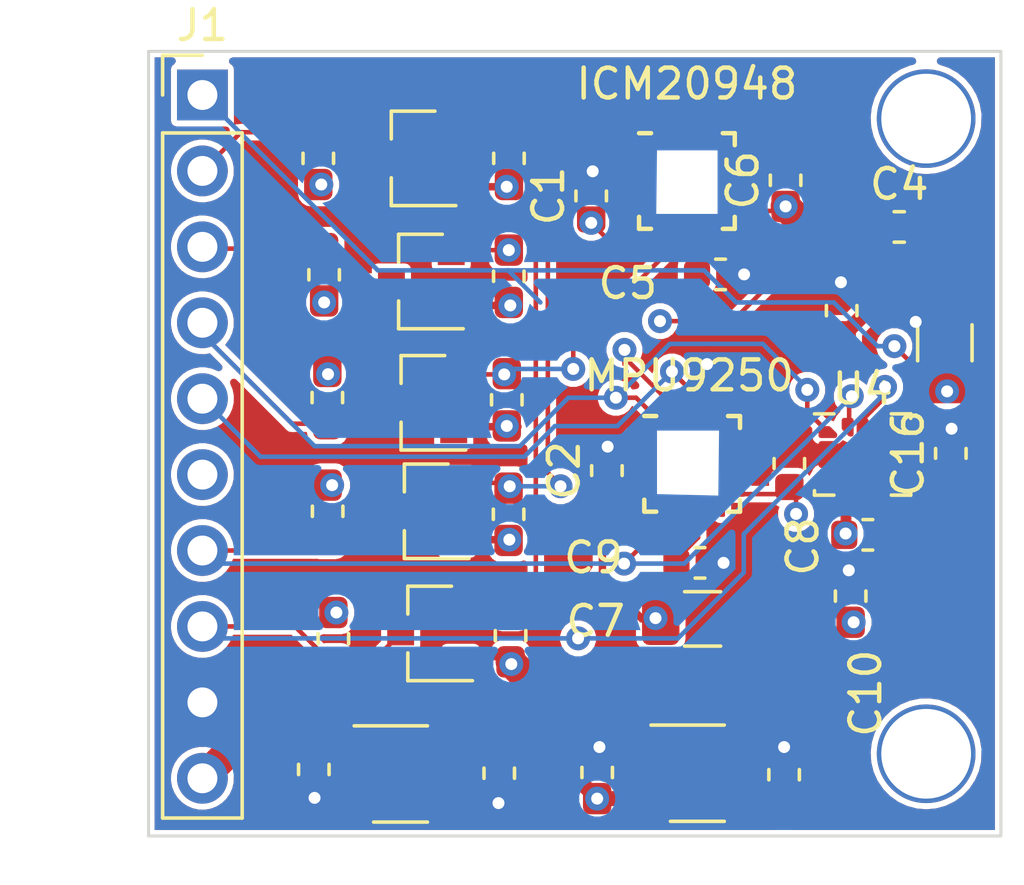
<source format=kicad_pcb>
(kicad_pcb (version 20200829) (generator pcbnew)
  (layers (0 "F.Cu" signal) (1 "In1.Cu" power) (2 "In2.Cu" power) (31 "B.Cu" signal) (34 "B.Paste" user) (35 "F.Paste" user) (36 "B.SilkS" user) (37 "F.SilkS" user) (38 "B.Mask" user) (39 "F.Mask" user) (44 "Edge.Cuts" user))
  (net 0 "")
  (net 1 "Net-(U7-Pad4)")
  (net 2 "Net-(U3-Pad4)")
  (net 3 "Net-(C9-Pad1)")
  (net 4 "Net-(C5-Pad1)")
  (net 5 "MPU9250_CS")
  (net 6 "IMU_MOSI_3.3v")
  (net 7 "IMU_MOSI")
  (net 8 "IMU_MISO_3.3v")
  (net 9 "IMU_MISO")
  (net 10 "IMU_CLK_3.3v")
  (net 11 "IMU_CLK")
  (net 12 "ICM20948_DRDY_3.3v")
  (net 13 "ICM20948_DRDY")
  (net 14 "ICM20948_CS_3.3v")
  (net 15 "ICM20948_CS")
  (net 16 "GND")
  (net 17 "+5V")
  (net 18 "+3V3")
  (net 19 "+1V8")
  (net 20 "LSM6D3_CS")
  (net 21 "Net-(U4-Pad11)")
  (net 22 "Net-(U4-Pad10)")
  (net 23 "LSM6D3_DRDY2")
  (net 24 "LSM6D3_DRDY1")
  (net 25 "Net-(J1-Pad6)")
  (module "Capacitor_SMD:C_0603_1608Metric_Pad1.05x0.95mm_HandSolder" (layer "F.Cu") (at 134.975 109.65 -90)
    (fp_text reference "C15" hide)
    (fp_text value "1uF")
    (pad "1" smd roundrect (at -0.875 0 270) (size 1.05 0.95) (layers "F.Cu" "F.Paste" "F.Mask") (net 18 "+3V3"))
    (pad "2" smd roundrect (at 0.875 0 270) (size 1.05 0.95) (layers "F.Cu" "F.Paste" "F.Mask") (net 16 "GND"))
  )
  (module "Package_TO_SOT_SMD:SOT-23" (layer "F.Cu") (at 132.4525 97.2575 180)
    (fp_text reference "Q4" hide)
    (fp_text value "BSS138")
    (pad "1" smd rect (at -1 -0.95 180) (size 0.9 0.8) (layers "F.Cu" "F.Paste" "F.Mask") (net 19 "+1V8"))
    (pad "2" smd rect (at -1 0.95 180) (size 0.9 0.8) (layers "F.Cu" "F.Paste" "F.Mask") (net 9 "IMU_MISO"))
    (pad "3" smd rect (at 1 0 180) (size 0.9 0.8) (layers "F.Cu" "F.Paste" "F.Mask") (net 8 "IMU_MISO_3.3v"))
  )
  (module "Package_TO_SOT_SMD:SOT-23-5" (layer "F.Cu") (at 141.6 109.65)
    (fp_text reference "U7" hide)
    (fp_text value "LP5907MFX-1.8")
    (pad "1" smd rect (at -1.1 -0.95) (size 1.06 0.65) (layers "F.Cu" "F.Paste" "F.Mask") (net 18 "+3V3"))
    (pad "2" smd rect (at -1.1 0) (size 1.06 0.65) (layers "F.Cu" "F.Paste" "F.Mask") (net 16 "GND"))
    (pad "3" smd rect (at -1.1 0.95) (size 1.06 0.65) (layers "F.Cu" "F.Paste" "F.Mask") (net 18 "+3V3"))
    (pad "4" smd rect (at 1.1 0.95) (size 1.06 0.65) (layers "F.Cu" "F.Paste" "F.Mask") (net 1 "Net-(U7-Pad4)"))
    (pad "5" smd rect (at 1.1 -0.95) (size 1.06 0.65) (layers "F.Cu" "F.Paste" "F.Mask") (net 19 "+1V8"))
  )
  (module "Capacitor_SMD:C_0603_1608Metric" (layer "F.Cu") (at 147.3 101.675)
    (fp_text reference "C14" hide)
    (fp_text value "0.1uF")
    (pad "1" smd roundrect (at -0.7875 0) (size 0.875 0.95) (layers "F.Cu" "F.Paste" "F.Mask") (net 18 "+3V3"))
    (pad "2" smd roundrect (at 0.7875 0) (size 0.875 0.95) (layers "F.Cu" "F.Paste" "F.Mask") (net 16 "GND"))
  )
  (module "Resistor_SMD:R_0603_1608Metric_Pad1.05x0.95mm_HandSolder" (layer "F.Cu") (at 129.2275 97.0825 -90)
    (fp_text reference "R9" hide)
    (fp_text value "R")
    (pad "1" smd roundrect (at -0.875 0 270) (size 1.05 0.95) (layers "F.Cu" "F.Paste" "F.Mask") (net 18 "+3V3"))
    (pad "2" smd roundrect (at 0.875 0 270) (size 1.05 0.95) (layers "F.Cu" "F.Paste" "F.Mask") (net 8 "IMU_MISO_3.3v"))
  )
  (module "Resistor_SMD:R_0603_1608Metric_Pad1.05x0.95mm_HandSolder" (layer "F.Cu") (at 135.2275 97.1575 90)
    (fp_text reference "R7" hide)
    (fp_text value "R")
    (pad "1" smd roundrect (at -0.875 0 90) (size 1.05 0.95) (layers "F.Cu" "F.Paste" "F.Mask") (net 19 "+1V8"))
    (pad "2" smd roundrect (at 0.875 0 90) (size 1.05 0.95) (layers "F.Cu" "F.Paste" "F.Mask") (net 9 "IMU_MISO"))
  )
  (module "Capacitor_SMD:C_1206_3216Metric" (layer "F.Cu") (at 149.875 95.25 90)
    (fp_text reference "C17" hide)
    (fp_text value "CP")
    (pad "1" smd roundrect (at -1.4 0 90) (size 1.25 1.75) (layers "F.Cu" "F.Paste" "F.Mask") (roundrect_rratio 0.2) (net 18 "+3V3"))
    (pad "2" smd roundrect (at 1.4 0 90) (size 1.25 1.75) (layers "F.Cu" "F.Paste" "F.Mask") (roundrect_rratio 0.2) (net 16 "GND"))
  )
  (module "Capacitor_SMD:C_0603_1608Metric" (layer "F.Cu") (at 142.375 92.9625)
    (fp_text reference "C5" (at -3.1 0.3) (layer "F.SilkS"))
    (fp_text value "C")
    (pad "1" smd roundrect (at -0.7875 0) (size 0.875 0.95) (layers "F.Cu" "F.Paste" "F.Mask") (net 4 "Net-(C5-Pad1)"))
    (pad "2" smd roundrect (at 0.7875 0) (size 0.875 0.95) (layers "F.Cu" "F.Paste" "F.Mask") (net 16 "GND"))
  )
  (module "Capacitor_SMD:C_0603_1608Metric" (layer "F.Cu") (at 144.675 99.2875 90)
    (fp_text reference "C8" (at -2.775 0.45 90) (layer "F.SilkS"))
    (fp_text value "0.1uF")
    (pad "1" smd roundrect (at -0.7875 0 90) (size 0.875 0.95) (layers "F.Cu" "F.Paste" "F.Mask") (net 18 "+3V3"))
    (pad "2" smd roundrect (at 0.7875 0 90) (size 0.875 0.95) (layers "F.Cu" "F.Paste" "F.Mask") (net 16 "GND"))
  )
  (module "Package_TO_SOT_SMD:SOT-23" (layer "F.Cu") (at 132.125 89.08 180)
    (fp_text reference "Q7" hide)
    (fp_text value "BSS138")
    (pad "1" smd rect (at -1 -0.95 180) (size 0.9 0.8) (layers "F.Cu" "F.Paste" "F.Mask") (net 19 "+1V8"))
    (pad "2" smd rect (at -1 0.95 180) (size 0.9 0.8) (layers "F.Cu" "F.Paste" "F.Mask") (net 15 "ICM20948_CS"))
    (pad "3" smd rect (at 1 0 180) (size 0.9 0.8) (layers "F.Cu" "F.Paste" "F.Mask") (net 14 "ICM20948_CS_3.3v"))
  )
  (module "Capacitor_SMD:C_0603_1608Metric_Pad1.05x0.95mm_HandSolder" (layer "F.Cu") (at 144.5 109.7 90)
    (fp_text reference "C12" hide)
    (fp_text value "1uF")
    (pad "1" smd roundrect (at -0.875 0 90) (size 1.05 0.95) (layers "F.Cu" "F.Paste" "F.Mask") (net 19 "+1V8"))
    (pad "2" smd roundrect (at 0.875 0 90) (size 1.05 0.95) (layers "F.Cu" "F.Paste" "F.Mask") (net 16 "GND"))
  )
  (module "Capacitor_SMD:C_0603_1608Metric_Pad1.05x0.95mm_HandSolder" (layer "F.Cu") (at 138.25 109.625 90)
    (fp_text reference "C11" hide)
    (fp_text value "1uF")
    (pad "1" smd roundrect (at -0.875 0 90) (size 1.05 0.95) (layers "F.Cu" "F.Paste" "F.Mask") (net 18 "+3V3"))
    (pad "2" smd roundrect (at 0.875 0 90) (size 1.05 0.95) (layers "F.Cu" "F.Paste" "F.Mask") (net 16 "GND"))
  )
  (module "Capacitor_SMD:C_0603_1608Metric_Pad1.05x0.95mm_HandSolder" (layer "F.Cu") (at 146.725 103.725 90)
    (fp_text reference "C10" (at -3.25 0.5 90) (layer "F.SilkS"))
    (fp_text value "CP")
    (pad "1" smd roundrect (at -0.875 0 90) (size 1.05 0.95) (layers "F.Cu" "F.Paste" "F.Mask") (net 18 "+3V3"))
    (pad "2" smd roundrect (at 0.875 0 90) (size 1.05 0.95) (layers "F.Cu" "F.Paste" "F.Mask") (net 16 "GND"))
  )
  (module "Capacitor_SMD:C_0603_1608Metric" (layer "F.Cu") (at 150.075 98.95 90)
    (fp_text reference "C16" (at 0 -1.43 90) (layer "F.SilkS"))
    (fp_text value "0.1uF")
    (pad "1" smd roundrect (at -0.7875 0 90) (size 0.875 0.95) (layers "F.Cu" "F.Paste" "F.Mask") (net 18 "+3V3"))
    (pad "2" smd roundrect (at 0.7875 0 90) (size 0.875 0.95) (layers "F.Cu" "F.Paste" "F.Mask") (net 16 "GND"))
  )
  (module "Sensor_Motion:InvenSense_QFN-24_3x3mm_P0.4mm" (layer "F.Cu") (at 141.25 89.8375)
    (fp_text reference "ICM20948" (at 0 -3.25) (layer "F.SilkS"))
    (fp_text value "ICM-20948")
    (pad "1" smd roundrect (at -1.5 -1) (size 0.55 0.2) (layers "F.Cu" "F.Paste" "F.Mask"))
    (pad "2" smd roundrect (at -1.5 -0.6) (size 0.55 0.2) (layers "F.Cu" "F.Paste" "F.Mask"))
    (pad "3" smd roundrect (at -1.5 -0.2) (size 0.55 0.2) (layers "F.Cu" "F.Paste" "F.Mask"))
    (pad "4" smd roundrect (at -1.5 0.2) (size 0.55 0.2) (layers "F.Cu" "F.Paste" "F.Mask"))
    (pad "5" smd roundrect (at -1.5 0.6) (size 0.55 0.2) (layers "F.Cu" "F.Paste" "F.Mask"))
    (pad "6" smd roundrect (at -1.5 1) (size 0.55 0.2) (layers "F.Cu" "F.Paste" "F.Mask"))
    (pad "7" smd roundrect (at -1 1.5 90) (size 0.55 0.2) (layers "F.Cu" "F.Paste" "F.Mask"))
    (pad "8" smd roundrect (at -0.6 1.5 90) (size 0.55 0.2) (layers "F.Cu" "F.Paste" "F.Mask") (net 19 "+1V8"))
    (pad "9" smd roundrect (at -0.2 1.5 90) (size 0.55 0.2) (layers "F.Cu" "F.Paste" "F.Mask") (net 9 "IMU_MISO"))
    (pad "10" smd roundrect (at 0.2 1.5 90) (size 0.55 0.2) (layers "F.Cu" "F.Paste" "F.Mask") (net 4 "Net-(C5-Pad1)"))
    (pad "11" smd roundrect (at 0.6 1.5 90) (size 0.55 0.2) (layers "F.Cu" "F.Paste" "F.Mask") (net 16 "GND"))
    (pad "12" smd roundrect (at 1 1.5 90) (size 0.55 0.2) (layers "F.Cu" "F.Paste" "F.Mask") (net 13 "ICM20948_DRDY"))
    (pad "13" smd roundrect (at 1.5 1) (size 0.55 0.2) (layers "F.Cu" "F.Paste" "F.Mask") (net 19 "+1V8"))
    (pad "14" smd roundrect (at 1.5 0.6) (size 0.55 0.2) (layers "F.Cu" "F.Paste" "F.Mask"))
    (pad "15" smd roundrect (at 1.5 0.2) (size 0.55 0.2) (layers "F.Cu" "F.Paste" "F.Mask"))
    (pad "16" smd roundrect (at 1.5 -0.2) (size 0.55 0.2) (layers "F.Cu" "F.Paste" "F.Mask"))
    (pad "17" smd roundrect (at 1.5 -0.6) (size 0.55 0.2) (layers "F.Cu" "F.Paste" "F.Mask"))
    (pad "18" smd roundrect (at 1.5 -1) (size 0.55 0.2) (layers "F.Cu" "F.Paste" "F.Mask") (net 16 "GND"))
    (pad "19" smd roundrect (at 1 -1.5 90) (size 0.55 0.2) (layers "F.Cu" "F.Paste" "F.Mask"))
    (pad "20" smd roundrect (at 0.6 -1.5 90) (size 0.55 0.2) (layers "F.Cu" "F.Paste" "F.Mask") (net 16 "GND"))
    (pad "21" smd roundrect (at 0.2 -1.5 90) (size 0.55 0.2) (layers "F.Cu" "F.Paste" "F.Mask"))
    (pad "22" smd roundrect (at -0.2 -1.5 90) (size 0.55 0.2) (layers "F.Cu" "F.Paste" "F.Mask") (net 15 "ICM20948_CS"))
    (pad "23" smd roundrect (at -0.6 -1.5 90) (size 0.55 0.2) (layers "F.Cu" "F.Paste" "F.Mask") (net 11 "IMU_CLK"))
    (pad "24" smd roundrect (at -1 -1.5 90) (size 0.55 0.2) (layers "F.Cu" "F.Paste" "F.Mask") (net 7 "IMU_MOSI"))
  )
  (module "Capacitor_SMD:C_0603_1608Metric_Pad1.05x0.95mm_HandSolder" (layer "F.Cu") (at 146.425 94.175 90)
    (fp_text reference "C3" hide)
    (fp_text value "C")
    (pad "1" smd roundrect (at -0.875 0 90) (size 1.05 0.95) (layers "F.Cu" "F.Paste" "F.Mask") (net 19 "+1V8"))
    (pad "2" smd roundrect (at 0.875 0 90) (size 1.05 0.95) (layers "F.Cu" "F.Paste" "F.Mask") (net 16 "GND"))
  )
  (module "Package_TO_SOT_SMD:SOT-23" (layer "F.Cu") (at 132.678799 104.973799 180)
    (fp_text reference "Q5" hide)
    (fp_text value "BSS138")
    (pad "1" smd rect (at -1 -0.95 180) (size 0.9 0.8) (layers "F.Cu" "F.Paste" "F.Mask") (net 19 "+1V8"))
    (pad "2" smd rect (at -1 0.95 180) (size 0.9 0.8) (layers "F.Cu" "F.Paste" "F.Mask") (net 11 "IMU_CLK"))
    (pad "3" smd rect (at 1 0 180) (size 0.9 0.8) (layers "F.Cu" "F.Paste" "F.Mask") (net 10 "IMU_CLK_3.3v"))
  )
  (module "Resistor_SMD:R_0603_1608Metric_Pad1.05x0.95mm_HandSolder" (layer "F.Cu") (at 135.3 89.08 90)
    (fp_text reference "R13" hide)
    (fp_text value "R")
    (pad "1" smd roundrect (at -0.875 0 90) (size 1.05 0.95) (layers "F.Cu" "F.Paste" "F.Mask") (net 19 "+1V8"))
    (pad "2" smd roundrect (at 0.875 0 90) (size 1.05 0.95) (layers "F.Cu" "F.Paste" "F.Mask") (net 15 "ICM20948_CS"))
  )
  (module "Package_TO_SOT_SMD:SOT-23-5" (layer "F.Cu") (at 131.675 109.675)
    (fp_text reference "U3" hide)
    (fp_text value "LP5907MFX-3.3")
    (pad "1" smd rect (at -1.1 -0.95) (size 1.06 0.65) (layers "F.Cu" "F.Paste" "F.Mask") (net 17 "+5V"))
    (pad "2" smd rect (at -1.1 0) (size 1.06 0.65) (layers "F.Cu" "F.Paste" "F.Mask") (net 16 "GND"))
    (pad "3" smd rect (at -1.1 0.95) (size 1.06 0.65) (layers "F.Cu" "F.Paste" "F.Mask") (net 17 "+5V"))
    (pad "4" smd rect (at 1.1 0.95) (size 1.06 0.65) (layers "F.Cu" "F.Paste" "F.Mask") (net 2 "Net-(U3-Pad4)"))
    (pad "5" smd rect (at 1.1 -0.95) (size 1.06 0.65) (layers "F.Cu" "F.Paste" "F.Mask") (net 18 "+3V3"))
  )
  (module "Sensor_Motion:InvenSense_QFN-24_3x3mm_P0.4mm" (layer "F.Cu") (at 141.425 99.3)
    (fp_text reference "MPU9250" (at -0.1 -2.95) (layer "F.SilkS"))
    (fp_text value "MPU-9250")
    (pad "1" smd roundrect (at -1.5 -1) (size 0.55 0.2) (layers "F.Cu" "F.Paste" "F.Mask") (net 18 "+3V3"))
    (pad "2" smd roundrect (at -1.5 -0.6) (size 0.55 0.2) (layers "F.Cu" "F.Paste" "F.Mask"))
    (pad "3" smd roundrect (at -1.5 -0.2) (size 0.55 0.2) (layers "F.Cu" "F.Paste" "F.Mask"))
    (pad "4" smd roundrect (at -1.5 0.2) (size 0.55 0.2) (layers "F.Cu" "F.Paste" "F.Mask"))
    (pad "5" smd roundrect (at -1.5 0.6) (size 0.55 0.2) (layers "F.Cu" "F.Paste" "F.Mask"))
    (pad "6" smd roundrect (at -1.5 1) (size 0.55 0.2) (layers "F.Cu" "F.Paste" "F.Mask"))
    (pad "7" smd roundrect (at -1 1.5 90) (size 0.55 0.2) (layers "F.Cu" "F.Paste" "F.Mask"))
    (pad "8" smd roundrect (at -0.6 1.5 90) (size 0.55 0.2) (layers "F.Cu" "F.Paste" "F.Mask") (net 18 "+3V3"))
    (pad "9" smd roundrect (at -0.2 1.5 90) (size 0.55 0.2) (layers "F.Cu" "F.Paste" "F.Mask") (net 6 "IMU_MOSI_3.3v"))
    (pad "10" smd roundrect (at 0.2 1.5 90) (size 0.55 0.2) (layers "F.Cu" "F.Paste" "F.Mask") (net 3 "Net-(C9-Pad1)"))
    (pad "11" smd roundrect (at 0.6 1.5 90) (size 0.55 0.2) (layers "F.Cu" "F.Paste" "F.Mask") (net 16 "GND"))
    (pad "12" smd roundrect (at 1 1.5 90) (size 0.55 0.2) (layers "F.Cu" "F.Paste" "F.Mask"))
    (pad "13" smd roundrect (at 1.5 1) (size 0.55 0.2) (layers "F.Cu" "F.Paste" "F.Mask") (net 18 "+3V3"))
    (pad "14" smd roundrect (at 1.5 0.6) (size 0.55 0.2) (layers "F.Cu" "F.Paste" "F.Mask"))
    (pad "15" smd roundrect (at 1.5 0.2) (size 0.55 0.2) (layers "F.Cu" "F.Paste" "F.Mask"))
    (pad "16" smd roundrect (at 1.5 -0.2) (size 0.55 0.2) (layers "F.Cu" "F.Paste" "F.Mask"))
    (pad "17" smd roundrect (at 1.5 -0.6) (size 0.55 0.2) (layers "F.Cu" "F.Paste" "F.Mask"))
    (pad "18" smd roundrect (at 1.5 -1) (size 0.55 0.2) (layers "F.Cu" "F.Paste" "F.Mask") (net 16 "GND"))
    (pad "19" smd roundrect (at 1 -1.5 90) (size 0.55 0.2) (layers "F.Cu" "F.Paste" "F.Mask"))
    (pad "20" smd roundrect (at 0.6 -1.5 90) (size 0.55 0.2) (layers "F.Cu" "F.Paste" "F.Mask") (net 16 "GND"))
    (pad "21" smd roundrect (at 0.2 -1.5 90) (size 0.55 0.2) (layers "F.Cu" "F.Paste" "F.Mask"))
    (pad "22" smd roundrect (at -0.2 -1.5 90) (size 0.55 0.2) (layers "F.Cu" "F.Paste" "F.Mask") (net 5 "MPU9250_CS"))
    (pad "23" smd roundrect (at -0.6 -1.5 90) (size 0.55 0.2) (layers "F.Cu" "F.Paste" "F.Mask") (net 10 "IMU_CLK_3.3v"))
    (pad "24" smd roundrect (at -1 -1.5 90) (size 0.55 0.2) (layers "F.Cu" "F.Paste" "F.Mask") (net 8 "IMU_MISO_3.3v"))
  )
  (module "Capacitor_SMD:C_1206_3216Metric" (layer "F.Cu") (at 141.775 104.4875)
    (fp_text reference "C7" (at -3.575 0.075) (layer "F.SilkS"))
    (fp_text value "CP")
    (pad "1" smd roundrect (at -1.4 0) (size 1.25 1.75) (layers "F.Cu" "F.Paste" "F.Mask") (roundrect_rratio 0.2) (net 18 "+3V3"))
    (pad "2" smd roundrect (at 1.4 0) (size 1.25 1.75) (layers "F.Cu" "F.Paste" "F.Mask") (roundrect_rratio 0.2) (net 16 "GND"))
  )
  (module "Package_LGA:LGA-14_3x2.5mm_P0.5mm_LayoutBorder3x4y" (layer "F.Cu") (at 147.125 98.9875)
    (fp_text reference "U4" (at 0 -2.2) (layer "F.SilkS"))
    (fp_text value "LSM6DS3")
    (pad "1" smd custom (at -1.1625 -0.75) (size 0.223223 0.223223) (layers "F.Cu" "F.Paste" "F.Mask") (net 8 "IMU_MISO_3.3v") (options (clearance outline) (anchor circle)) (primitives (gr_poly (pts (xy -0.2375 -0.125) (xy 0.031434 -0.125) (xy 0.2375 0.081066) (xy 0.2375 0.125) (xy -0.2375 0.125)) (width 0.15))))
    (pad "2" smd roundrect (at -1.1625 -0.25) (size 0.625 0.4) (layers "F.Cu" "F.Paste" "F.Mask") (net 16 "GND"))
    (pad "3" smd roundrect (at -1.1625 0.25) (size 0.625 0.4) (layers "F.Cu" "F.Paste" "F.Mask") (net 16 "GND"))
    (pad "4" smd custom (at -1.1625 0.75) (size 0.223223 0.223223) (layers "F.Cu" "F.Paste" "F.Mask") (net 24 "LSM6D3_DRDY1") (options (clearance outline) (anchor circle)) (primitives (gr_poly (pts (xy -0.2375 -0.125) (xy 0.2375 -0.125) (xy 0.2375 -0.081066) (xy 0.031434 0.125) (xy -0.2375 0.125)) (width 0.15))))
    (pad "5" smd custom (at -0.5 0.9125) (size 0.223223 0.223223) (layers "F.Cu" "F.Paste" "F.Mask") (net 18 "+3V3") (options (clearance outline) (anchor circle)) (primitives (gr_poly (pts (xy -0.125 -0.031434) (xy 0.081066 -0.2375) (xy 0.125 -0.2375) (xy 0.125 0.2375) (xy -0.125 0.2375)) (width 0.15))))
    (pad "6" smd roundrect (at 0 0.9125) (size 0.4 0.625) (layers "F.Cu" "F.Paste" "F.Mask") (net 16 "GND"))
    (pad "7" smd custom (at 0.5 0.9125) (size 0.223223 0.223223) (layers "F.Cu" "F.Paste" "F.Mask") (net 16 "GND") (options (clearance outline) (anchor circle)) (primitives (gr_poly (pts (xy -0.125 -0.2375) (xy -0.081066 -0.2375) (xy 0.125 -0.031434) (xy 0.125 0.2375) (xy -0.125 0.2375)) (width 0.15))))
    (pad "8" smd custom (at 1.1625 0.75) (size 0.223223 0.223223) (layers "F.Cu" "F.Paste" "F.Mask") (net 18 "+3V3") (options (clearance outline) (anchor circle)) (primitives (gr_poly (pts (xy -0.2375 -0.125) (xy 0.2375 -0.125) (xy 0.2375 0.125) (xy -0.031434 0.125) (xy -0.2375 -0.081066)) (width 0.15))))
    (pad "9" smd roundrect (at 1.1625 0.25) (size 0.625 0.4) (layers "F.Cu" "F.Paste" "F.Mask") (net 23 "LSM6D3_DRDY2"))
    (pad "10" smd roundrect (at 1.1625 -0.25) (size 0.625 0.4) (layers "F.Cu" "F.Paste" "F.Mask") (net 22 "Net-(U4-Pad10)"))
    (pad "11" smd custom (at 1.1625 -0.75) (size 0.223223 0.223223) (layers "F.Cu" "F.Paste" "F.Mask") (net 21 "Net-(U4-Pad11)") (options (clearance outline) (anchor circle)) (primitives (gr_poly (pts (xy -0.2375 0.081066) (xy -0.031434 -0.125) (xy 0.2375 -0.125) (xy 0.2375 0.125) (xy -0.2375 0.125)) (width 0.15))))
    (pad "12" smd custom (at 0.5 -0.9125) (size 0.223223 0.223223) (layers "F.Cu" "F.Paste" "F.Mask") (net 20 "LSM6D3_CS") (options (clearance outline) (anchor circle)) (primitives (gr_poly (pts (xy -0.125 -0.2375) (xy 0.125 -0.2375) (xy 0.125 0.031434) (xy -0.081066 0.2375) (xy -0.125 0.2375)) (width 0.15))))
    (pad "13" smd roundrect (at 0 -0.9125) (size 0.4 0.625) (layers "F.Cu" "F.Paste" "F.Mask") (net 10 "IMU_CLK_3.3v"))
    (pad "14" smd custom (at -0.5 -0.9125) (size 0.223223 0.223223) (layers "F.Cu" "F.Paste" "F.Mask") (net 6 "IMU_MOSI_3.3v") (options (clearance outline) (anchor circle)) (primitives (gr_poly (pts (xy -0.125 -0.2375) (xy 0.125 -0.2375) (xy 0.125 0.2375) (xy 0.081066 0.2375) (xy -0.125 0.031434)) (width 0.15))))
  )
  (module "Resistor_SMD:R_0603_1608Metric_Pad1.05x0.95mm_HandSolder" (layer "F.Cu") (at 129.12 92.975 90)
    (fp_text reference "R6" hide)
    (fp_text value "R")
    (pad "1" smd roundrect (at -0.875 0 90) (size 1.05 0.95) (layers "F.Cu" "F.Paste" "F.Mask") (net 18 "+3V3"))
    (pad "2" smd roundrect (at 0.875 0 90) (size 1.05 0.95) (layers "F.Cu" "F.Paste" "F.Mask") (net 12 "ICM20948_DRDY_3.3v"))
  )
  (module "Connector_PinHeader_2.54mm:PinHeader_1x10_P2.54mm_Vertical" (layer "F.Cu") (at 125.05 86.96)
    (fp_text reference "J1" (at 0 -2.33) (layer "F.SilkS"))
    (fp_text value "Conn_01x10_Male")
    (pad "1" thru_hole rect (at 0 0) (size 1.7 1.7) (drill 1) (layers *.Cu *.Mask) (net 20 "LSM6D3_CS"))
    (pad "2" thru_hole oval (at 0 2.54) (size 1.7 1.7) (drill 1) (layers *.Cu *.Mask) (net 14 "ICM20948_CS_3.3v"))
    (pad "3" thru_hole oval (at 0 5.08) (size 1.7 1.7) (drill 1) (layers *.Cu *.Mask) (net 12 "ICM20948_DRDY_3.3v"))
    (pad "4" thru_hole oval (at 0 7.62) (size 1.7 1.7) (drill 1) (layers *.Cu *.Mask) (net 8 "IMU_MISO_3.3v"))
    (pad "5" thru_hole oval (at 0 10.16) (size 1.7 1.7) (drill 1) (layers *.Cu *.Mask) (net 5 "MPU9250_CS"))
    (pad "6" thru_hole oval (at 0 12.7) (size 1.7 1.7) (drill 1) (layers *.Cu *.Mask) (net 25 "Net-(J1-Pad6)"))
    (pad "7" thru_hole oval (at 0 15.24) (size 1.7 1.7) (drill 1) (layers *.Cu *.Mask) (net 6 "IMU_MOSI_3.3v"))
    (pad "8" thru_hole oval (at 0 17.78) (size 1.7 1.7) (drill 1) (layers *.Cu *.Mask) (net 10 "IMU_CLK_3.3v"))
    (pad "9" thru_hole oval (at 0 20.32) (size 1.7 1.7) (drill 1) (layers *.Cu *.Mask) (net 16 "GND"))
    (pad "10" thru_hole oval (at 0 22.86) (size 1.7 1.7) (drill 1) (layers *.Cu *.Mask) (net 17 "+5V"))
  )
  (module "Package_TO_SOT_SMD:SOT-23" (layer "F.Cu") (at 132.562889 100.887111 180)
    (fp_text reference "Q6" hide)
    (fp_text value "BSS138")
    (pad "1" smd rect (at -1 -0.95 180) (size 0.9 0.8) (layers "F.Cu" "F.Paste" "F.Mask") (net 19 "+1V8"))
    (pad "2" smd rect (at -1 0.95 180) (size 0.9 0.8) (layers "F.Cu" "F.Paste" "F.Mask") (net 7 "IMU_MOSI"))
    (pad "3" smd rect (at 1 0 180) (size 0.9 0.8) (layers "F.Cu" "F.Paste" "F.Mask") (net 6 "IMU_MOSI_3.3v"))
  )
  (module "Capacitor_SMD:C_0603_1608Metric" (layer "F.Cu") (at 141.6875 102.6125)
    (fp_text reference "C9" (at -3.5625 -0.175) (layer "F.SilkS"))
    (fp_text value "0.1uF")
    (pad "1" smd roundrect (at -0.7875 0) (size 0.875 0.95) (layers "F.Cu" "F.Paste" "F.Mask") (net 3 "Net-(C9-Pad1)"))
    (pad "2" smd roundrect (at 0.7875 0) (size 0.875 0.95) (layers "F.Cu" "F.Paste" "F.Mask") (net 16 "GND"))
  )
  (module "Package_TO_SOT_SMD:SOT-23" (layer "F.Cu") (at 132.37 93.2 180)
    (fp_text reference "Q3" hide)
    (fp_text value "BSS138")
    (pad "1" smd rect (at -1 -0.95 180) (size 0.9 0.8) (layers "F.Cu" "F.Paste" "F.Mask") (net 19 "+1V8"))
    (pad "2" smd rect (at -1 0.95 180) (size 0.9 0.8) (layers "F.Cu" "F.Paste" "F.Mask") (net 13 "ICM20948_DRDY"))
    (pad "3" smd rect (at 1 0 180) (size 0.9 0.8) (layers "F.Cu" "F.Paste" "F.Mask") (net 12 "ICM20948_DRDY_3.3v"))
  )
  (module "Capacitor_SMD:C_0603_1608Metric_Pad1.05x0.95mm_HandSolder" (layer "F.Cu") (at 144.55 89.8125 90)
    (fp_text reference "C6" (at 0 -1.43 90) (layer "F.SilkS"))
    (fp_text value "C")
    (pad "1" smd roundrect (at -0.875 0 90) (size 1.05 0.95) (layers "F.Cu" "F.Paste" "F.Mask") (net 19 "+1V8"))
    (pad "2" smd roundrect (at 0.875 0 90) (size 1.05 0.95) (layers "F.Cu" "F.Paste" "F.Mask") (net 16 "GND"))
  )
  (module "Resistor_SMD:R_0603_1608Metric_Pad1.05x0.95mm_HandSolder" (layer "F.Cu") (at 129.237889 100.887111 -90)
    (fp_text reference "R12" hide)
    (fp_text value "R")
    (pad "1" smd roundrect (at -0.875 0 270) (size 1.05 0.95) (layers "F.Cu" "F.Paste" "F.Mask") (net 18 "+3V3"))
    (pad "2" smd roundrect (at 0.875 0 270) (size 1.05 0.95) (layers "F.Cu" "F.Paste" "F.Mask") (net 6 "IMU_MOSI_3.3v"))
  )
  (module "Resistor_SMD:R_0603_1608Metric_Pad1.05x0.95mm_HandSolder" (layer "F.Cu") (at 135.295 93.025 90)
    (fp_text reference "R4" hide)
    (fp_text value "R")
    (pad "1" smd roundrect (at -0.875 0 90) (size 1.05 0.95) (layers "F.Cu" "F.Paste" "F.Mask") (net 19 "+1V8"))
    (pad "2" smd roundrect (at 0.875 0 90) (size 1.05 0.95) (layers "F.Cu" "F.Paste" "F.Mask") (net 13 "ICM20948_DRDY"))
  )
  (module "Capacitor_SMD:C_0603_1608Metric" (layer "F.Cu") (at 138.575 99.525 90)
    (fp_text reference "C2" (at 0 -1.43 90) (layer "F.SilkS"))
    (fp_text value "0.1uF")
    (pad "1" smd roundrect (at -0.7875 0 90) (size 0.875 0.95) (layers "F.Cu" "F.Paste" "F.Mask") (net 18 "+3V3"))
    (pad "2" smd roundrect (at 0.7875 0 90) (size 0.875 0.95) (layers "F.Cu" "F.Paste" "F.Mask") (net 16 "GND"))
  )
  (module "Resistor_SMD:R_0603_1608Metric_Pad1.05x0.95mm_HandSolder" (layer "F.Cu") (at 135.287889 100.987111 90)
    (fp_text reference "R11" hide)
    (fp_text value "R")
    (pad "1" smd roundrect (at -0.875 0 90) (size 1.05 0.95) (layers "F.Cu" "F.Paste" "F.Mask") (net 19 "+1V8"))
    (pad "2" smd roundrect (at 0.875 0 90) (size 1.05 0.95) (layers "F.Cu" "F.Paste" "F.Mask") (net 7 "IMU_MOSI"))
  )
  (module "Resistor_SMD:R_0603_1608Metric_Pad1.05x0.95mm_HandSolder" (layer "F.Cu") (at 128.925 89.08 90)
    (fp_text reference "R14" hide)
    (fp_text value "R")
    (pad "1" smd roundrect (at -0.875 0 90) (size 1.05 0.95) (layers "F.Cu" "F.Paste" "F.Mask") (net 18 "+3V3"))
    (pad "2" smd roundrect (at 0.875 0 90) (size 1.05 0.95) (layers "F.Cu" "F.Paste" "F.Mask") (net 14 "ICM20948_CS_3.3v"))
  )
  (module "Capacitor_SMD:C_0603_1608Metric_Pad1.05x0.95mm_HandSolder" (layer "F.Cu") (at 128.775 109.525 -90)
    (fp_text reference "C13" hide)
    (fp_text value "1uF")
    (pad "1" smd roundrect (at -0.875 0 270) (size 1.05 0.95) (layers "F.Cu" "F.Paste" "F.Mask") (net 17 "+5V"))
    (pad "2" smd roundrect (at 0.875 0 270) (size 1.05 0.95) (layers "F.Cu" "F.Paste" "F.Mask") (net 16 "GND"))
  )
  (module "Capacitor_SMD:C_0603_1608Metric" (layer "F.Cu") (at 138.05 90.3375 90)
    (fp_text reference "C1" (at 0 -1.43 90) (layer "F.SilkS"))
    (fp_text value "0.1uF")
    (pad "1" smd roundrect (at -0.7875 0 90) (size 0.875 0.95) (layers "F.Cu" "F.Paste" "F.Mask") (net 19 "+1V8"))
    (pad "2" smd roundrect (at 0.7875 0 90) (size 0.875 0.95) (layers "F.Cu" "F.Paste" "F.Mask") (net 16 "GND"))
  )
  (module "Capacitor_SMD:C_0603_1608Metric_Pad1.05x0.95mm_HandSolder" (layer "F.Cu") (at 148.35 91.375)
    (fp_text reference "C4" (at 0 -1.43) (layer "F.SilkS"))
    (fp_text value "C")
    (pad "1" smd roundrect (at -0.875 0) (size 1.05 0.95) (layers "F.Cu" "F.Paste" "F.Mask") (net 19 "+1V8"))
    (pad "2" smd roundrect (at 0.875 0) (size 1.05 0.95) (layers "F.Cu" "F.Paste" "F.Mask") (net 16 "GND"))
  )
  (module "Resistor_SMD:R_0603_1608Metric_Pad1.05x0.95mm_HandSolder" (layer "F.Cu") (at 129.428799 105.148799 -90)
    (fp_text reference "R10" hide)
    (fp_text value "R")
    (pad "1" smd roundrect (at -0.875 0 270) (size 1.05 0.95) (layers "F.Cu" "F.Paste" "F.Mask") (net 18 "+3V3"))
    (pad "2" smd roundrect (at 0.875 0 270) (size 1.05 0.95) (layers "F.Cu" "F.Paste" "F.Mask") (net 10 "IMU_CLK_3.3v"))
  )
  (module "Resistor_SMD:R_0603_1608Metric_Pad1.05x0.95mm_HandSolder" (layer "F.Cu") (at 135.353799 105.048799 90)
    (fp_text reference "R8" hide)
    (fp_text value "R")
    (pad "1" smd roundrect (at -0.875 0 90) (size 1.05 0.95) (layers "F.Cu" "F.Paste" "F.Mask") (net 19 "+1V8"))
    (pad "2" smd roundrect (at 0.875 0 90) (size 1.05 0.95) (layers "F.Cu" "F.Paste" "F.Mask") (net 11 "IMU_CLK"))
  )
  (gr_line (start 123.25 85.5) (end 123.25 111.75) (layer "Edge.Cuts") (width 0.1))
  (gr_line (start 151.75 111.75) (end 151.75 85.5) (layer "Edge.Cuts") (width 0.1))
  (gr_line (start 123.25 111.75) (end 151.75 111.75) (layer "Edge.Cuts") (width 0.1))
  (gr_line (start 151.75 85.5) (end 123.25 85.5) (layer "Edge.Cuts") (width 0.1))
  (via (at 149.25 87.75) (size 3.3) (drill 3) (layers "F.Cu" "B.Cu") (net 0))
  (via (at 149.25 109) (size 3.3) (drill 3) (layers "F.Cu" "B.Cu") (net 0))
  (segment (start 141.625 101.764118) (end 140.9 102.489118) (width 0.1524) (layer "F.Cu") (net 3))
  (segment (start 141.625 100.8) (end 141.625 101.764118) (width 0.1524) (layer "F.Cu") (net 3))
  (segment (start 140.9 102.489118) (end 140.9 102.6125) (width 0.1524) (layer "F.Cu") (net 3))
  (segment (start 141.45 92.825) (end 141.5875 92.9625) (width 0.1524) (layer "F.Cu") (net 4))
  (segment (start 141.45 91.3375) (end 141.45 92.825) (width 0.1524) (layer "F.Cu") (net 4))
  (segment (start 141.225 97.8) (end 141.225 96.6875) (width 0.1524) (layer "F.Cu") (net 5))
  (segment (start 141.225 96.6875) (end 140.75 96.2125) (width 0.1524) (layer "F.Cu") (net 5))
  (via (at 140.75 96.2125) (size 0.8) (drill 0.4) (layers "F.Cu" "B.Cu") (net 5))
  (segment (start 140.75 96.2125) (end 138.926201 98.036299) (width 0.1524) (layer "B.Cu") (net 5))
  (segment (start 136.836305 98.036299) (end 135.811494 99.061111) (width 0.1524) (layer "B.Cu") (net 5))
  (segment (start 138.926201 98.036299) (end 136.836305 98.036299) (width 0.1524) (layer "B.Cu") (net 5))
  (segment (start 135.811494 99.061111) (end 126.991111 99.061111) (width 0.1524) (layer "B.Cu") (net 5))
  (segment (start 126.991111 99.061111) (end 125.05 97.12) (width 0.1524) (layer "B.Cu") (net 5))
  (segment (start 125.05 102.2) (end 128.8 102.2) (width 0.1524) (layer "F.Cu") (net 6))
  (segment (start 141.225 101.235552) (end 140.595643 101.864909) (width 0.1524) (layer "F.Cu") (net 6))
  (segment (start 146.7625 97.0375) (end 146.925 96.875) (width 0.1524) (layer "F.Cu") (net 6))
  (segment (start 139.922591 101.864909) (end 139.15 102.6375) (width 0.1524) (layer "F.Cu") (net 6))
  (segment (start 141.225 100.8) (end 141.225 101.235552) (width 0.1524) (layer "F.Cu") (net 6))
  (segment (start 131.562889 100.887111) (end 130.112889 100.887111) (width 0.1524) (layer "F.Cu") (net 6))
  (segment (start 146.675 98.1375) (end 146.675 97.125) (width 0.1524) (layer "F.Cu") (net 6))
  (segment (start 130.112889 100.887111) (end 129.237889 101.762111) (width 0.1524) (layer "F.Cu") (net 6))
  (segment (start 128.8 102.2) (end 129.237889 101.762111) (width 0.1524) (layer "F.Cu") (net 6))
  (segment (start 140.595643 101.864909) (end 139.922591 101.864909) (width 0.1524) (layer "F.Cu") (net 6))
  (segment (start 146.675 97.125) (end 146.7625 97.0375) (width 0.1524) (layer "F.Cu") (net 6))
  (via (at 139.15 102.6375) (size 0.8) (drill 0.4) (layers "F.Cu" "B.Cu") (net 6))
  (via (at 146.7625 97.0375) (size 0.8) (drill 0.4) (layers "F.Cu" "B.Cu") (net 6))
  (segment (start 141.1625 102.6375) (end 139.15 102.6375) (width 0.1524) (layer "B.Cu") (net 6))
  (segment (start 139.15 102.6375) (end 125.4875 102.6375) (width 0.1524) (layer "B.Cu") (net 6))
  (segment (start 125.4875 102.6375) (end 125.05 102.2) (width 0.1524) (layer "B.Cu") (net 6))
  (segment (start 146.7625 97.0375) (end 141.1625 102.6375) (width 0.1524) (layer "B.Cu") (net 6))
  (segment (start 137.025 100.025) (end 137.025 100.05) (width 0.1524) (layer "F.Cu") (net 7))
  (segment (start 136.6 99.6) (end 137.025 100.025) (width 0.1524) (layer "F.Cu") (net 7))
  (segment (start 135.512889 99.937111) (end 135.562889 99.987111) (width 0.1524) (layer "F.Cu") (net 7))
  (segment (start 139.7125 87.8) (end 140.25 88.3375) (width 0.1524) (layer "F.Cu") (net 7))
  (segment (start 136.55 88.475) (end 136.6 88.525) (width 0.1524) (layer "F.Cu") (net 7))
  (segment (start 133.562889 99.937111) (end 135.512889 99.937111) (width 0.1524) (layer "F.Cu") (net 7))
  (segment (start 136.6 88.525) (end 136.6 99.6) (width 0.1524) (layer "F.Cu") (net 7))
  (segment (start 136.55 88.475) (end 137.225 87.8) (width 0.1524) (layer "F.Cu") (net 7))
  (segment (start 137.225 87.8) (end 139.7125 87.8) (width 0.1524) (layer "F.Cu") (net 7))
  (via (at 135.325 100.05) (size 0.8) (drill 0.4) (layers "F.Cu" "B.Cu") (net 7))
  (via (at 137.025 100.05) (size 0.8) (drill 0.4) (layers "F.Cu" "B.Cu") (net 7))
  (segment (start 137.025 100.05) (end 135.325 100.05) (width 0.1524) (layer "B.Cu") (net 7))
  (segment (start 129.9275 97.2575) (end 129.2275 97.9575) (width 0.1524) (layer "F.Cu") (net 8))
  (segment (start 125.05 94.95818) (end 125.05 94.58) (width 0.1524) (layer "F.Cu") (net 8))
  (segment (start 140.275 97.8125) (end 139.9 97.4375) (width 0.1524) (layer "F.Cu") (net 8))
  (segment (start 129.2275 97.9575) (end 128.04932 97.9575) (width 0.1524) (layer "F.Cu") (net 8))
  (segment (start 128.04932 97.9575) (end 125.05 94.95818) (width 0.1524) (layer "F.Cu") (net 8))
  (segment (start 140.275 97.8125) (end 139.55 97.0875) (width 0.1524) (layer "F.Cu") (net 8))
  (segment (start 145.275 97.55) (end 145.275 96.825) (width 0.1524) (layer "F.Cu") (net 8))
  (segment (start 145.9625 98.2375) (end 145.275 97.55) (width 0.1524) (layer "F.Cu") (net 8))
  (segment (start 131.4525 97.2575) (end 129.9275 97.2575) (width 0.1524) (layer "F.Cu") (net 8))
  (segment (start 139.55 97.0875) (end 138.875 97.0875) (width 0.1524) (layer "F.Cu") (net 8))
  (via (at 145.275 96.825) (size 0.8) (drill 0.4) (layers "F.Cu" "B.Cu") (net 8))
  (via (at 138.875 97.0875) (size 0.8) (drill 0.4) (layers "F.Cu" "B.Cu") (net 8))
  (segment (start 138.875 97.0875) (end 137.286722 97.0875) (width 0.1524) (layer "B.Cu") (net 8))
  (segment (start 128.800521 98.708701) (end 125.05 94.95818) (width 0.1524) (layer "B.Cu") (net 8))
  (segment (start 143.786299 95.286299) (end 145.325 96.825) (width 0.1524) (layer "B.Cu") (net 8))
  (segment (start 138.875 97.0875) (end 140.676201 95.286299) (width 0.1524) (layer "B.Cu") (net 8))
  (segment (start 137.286722 97.0875) (end 135.665521 98.708701) (width 0.1524) (layer "B.Cu") (net 8))
  (segment (start 140.676201 95.286299) (end 143.786299 95.286299) (width 0.1524) (layer "B.Cu") (net 8))
  (segment (start 135.665521 98.708701) (end 128.800521 98.708701) (width 0.1524) (layer "B.Cu") (net 8))
  (segment (start 125.05 94.95818) (end 125.05 94.58) (width 0.1524) (layer "B.Cu") (net 8))
  (segment (start 135.6025 96.3075) (end 135.1425 96.3075) (width 0.1524) (layer "F.Cu") (net 9))
  (segment (start 135.6025 96.0575) (end 135.6025 96.3075) (width 0.1524) (layer "F.Cu") (net 9))
  (segment (start 141.05 91.3375) (end 141.05 91.67467) (width 0.1524) (layer "F.Cu") (net 9))
  (segment (start 137.45 95.373052) (end 137.45 96.125) (width 0.1524) (layer "F.Cu") (net 9))
  (segment (start 141.05 91.67467) (end 141.05 91.773052) (width 0.1524) (layer "F.Cu") (net 9))
  (segment (start 135.1425 96.3075) (end 133.4525 96.3075) (width 0.1524) (layer "F.Cu") (net 9))
  (segment (start 141.05 91.773052) (end 137.45 95.373052) (width 0.1524) (layer "F.Cu") (net 9))
  (via (at 135.1425 96.3075) (size 0.8) (drill 0.4) (layers "F.Cu" "B.Cu") (net 9))
  (via (at 137.45 96.125) (size 0.8) (drill 0.4) (layers "F.Cu" "B.Cu") (net 9))
  (segment (start 135.325 96.125) (end 135.1425 96.3075) (width 0.1524) (layer "B.Cu") (net 9))
  (segment (start 137.45 96.125) (end 135.325 96.125) (width 0.1524) (layer "B.Cu") (net 9))
  (segment (start 147.175 97.771936) (end 147.625 97.321936) (width 0.1524) (layer "F.Cu") (net 10))
  (segment (start 130.628799 106.023799) (end 131.678799 104.973799) (width 0.1524) (layer "F.Cu") (net 10))
  (segment (start 139.16217 95.48783) (end 139.16217 95.73717) (width 0.1524) (layer "F.Cu") (net 10))
  (segment (start 147.625 97.321936) (end 147.875 97.071936) (width 0.1524) (layer "F.Cu") (net 10))
  (segment (start 139.175 95.4625) (end 139.16217 95.47533) (width 0.1524) (layer "F.Cu") (net 10))
  (segment (start 129.428799 106.023799) (end 130.628799 106.023799) (width 0.1524) (layer "F.Cu") (net 10))
  (segment (start 125.05 104.74) (end 128.145 104.74) (width 0.1524) (layer "F.Cu") (net 10))
  (segment (start 147.875 97.071936) (end 147.875 96.725) (width 0.1524) (layer "F.Cu") (net 10))
  (segment (start 139.16217 95.73717) (end 140.825 97.4) (width 0.1524) (layer "F.Cu") (net 10))
  (segment (start 140.825 97.8) (end 140.825 97.4) (width 0.1524) (layer "F.Cu") (net 10))
  (segment (start 139.16217 95.47533) (end 139.16217 95.48783) (width 0.1524) (layer "F.Cu") (net 10))
  (segment (start 128.145 104.74) (end 129.428799 106.023799) (width 0.1524) (layer "F.Cu") (net 10))
  (segment (start 139.16217 95.48783) (end 139.16217 95.9625) (width 0.1524) (layer "F.Cu") (net 10))
  (segment (start 147.175 98.1375) (end 147.175 97.771936) (width 0.1524) (layer "F.Cu") (net 10))
  (via (at 139.16217 95.48783) (size 0.8) (drill 0.4) (layers "F.Cu" "B.Cu") (net 10))
  (via (at 137.611299 105.138701) (size 0.8) (drill 0.4) (layers "F.Cu" "B.Cu") (net 10))
  (via (at 147.875 96.725) (size 0.8) (drill 0.4) (layers "F.Cu" "B.Cu") (net 10))
  (segment (start 140.949577 105.138701) (end 137.611299 105.138701) (width 0.1524) (layer "B.Cu") (net 10))
  (segment (start 137.611299 105.138701) (end 125.448701 105.138701) (width 0.1524) (layer "B.Cu") (net 10))
  (segment (start 147.875 96.725) (end 147.875 96.925778) (width 0.1524) (layer "B.Cu") (net 10))
  (segment (start 125.448701 105.138701) (end 125.05 104.74) (width 0.1524) (layer "B.Cu") (net 10))
  (segment (start 143.151201 101.649577) (end 143.151201 102.937077) (width 0.1524) (layer "B.Cu") (net 10))
  (segment (start 147.875 96.925778) (end 143.151201 101.649577) (width 0.1524) (layer "B.Cu") (net 10))
  (segment (start 143.151201 102.937077) (end 140.949577 105.138701) (width 0.1524) (layer "B.Cu") (net 10))
  (segment (start 140.65 88.00033) (end 139.77467 87.125) (width 0.1524) (layer "F.Cu") (net 11))
  (segment (start 135.353799 104.173799) (end 136.197591 103.330007) (width 0.1524) (layer "F.Cu") (net 11))
  (segment (start 139.77467 87.125) (end 136.9 87.125) (width 0.1524) (layer "F.Cu") (net 11))
  (segment (start 135.628799 104.098799) (end 133.753799 104.098799) (width 0.1524) (layer "F.Cu") (net 11))
  (segment (start 136.197591 103.330007) (end 136.197591 87.827409) (width 0.1524) (layer "F.Cu") (net 11))
  (segment (start 136.9 87.125) (end 136.7125 87.3125) (width 0.1524) (layer "F.Cu") (net 11))
  (segment (start 140.65 88.3375) (end 140.65 88.00033) (width 0.1524) (layer "F.Cu") (net 11))
  (segment (start 136.197591 87.827409) (end 136.7125 87.3125) (width 0.1524) (layer "F.Cu") (net 11))
  (segment (start 133.753799 104.098799) (end 133.678799 104.023799) (width 0.1524) (layer "F.Cu") (net 11))
  (segment (start 129.12 92.1) (end 125.11 92.1) (width 0.1524) (layer "F.Cu") (net 12))
  (segment (start 125.11 92.1) (end 125.05 92.04) (width 0.1524) (layer "F.Cu") (net 12))
  (segment (start 130.22 93.2) (end 129.12 92.1) (width 0.1524) (layer "F.Cu") (net 12))
  (segment (start 131.37 93.2) (end 130.22 93.2) (width 0.1524) (layer "F.Cu") (net 12))
  (segment (start 144.05 92.67135) (end 144.05 93.25365) (width 0.1524) (layer "F.Cu") (net 13))
  (segment (start 140.35 94.525) (end 140.125 94.525) (width 0.1524) (layer "F.Cu") (net 13))
  (segment (start 142.71615 91.3375) (end 144.05 92.67135) (width 0.1524) (layer "F.Cu") (net 13))
  (segment (start 144.05 93.25365) (end 142.82865 94.475) (width 0.1524) (layer "F.Cu") (net 13))
  (segment (start 135.295 92.15) (end 133.47 92.15) (width 0.1524) (layer "F.Cu") (net 13))
  (segment (start 142.25 91.3375) (end 142.71615 91.3375) (width 0.1524) (layer "F.Cu") (net 13))
  (segment (start 142.82865 94.475) (end 142.77865 94.525) (width 0.1524) (layer "F.Cu") (net 13))
  (segment (start 133.47 92.15) (end 133.37 92.25) (width 0.1524) (layer "F.Cu") (net 13))
  (segment (start 142.77865 94.525) (end 140.35 94.525) (width 0.1524) (layer "F.Cu") (net 13))
  (via (at 140.35 94.525) (size 0.8) (drill 0.4) (layers "F.Cu" "B.Cu") (net 13))
  (via (at 135.295 92.15) (size 0.8) (drill 0.4) (layers "F.Cu" "B.Cu") (net 13))
  (segment (start 126.345 88.205) (end 125.05 89.5) (width 0.1524) (layer "F.Cu") (net 14))
  (segment (start 129.8 89.08) (end 128.925 88.205) (width 0.1524) (layer "F.Cu") (net 14))
  (segment (start 131.125 89.08) (end 129.8 89.08) (width 0.1524) (layer "F.Cu") (net 14))
  (segment (start 128.925 88.205) (end 126.345 88.205) (width 0.1524) (layer "F.Cu") (net 14))
  (segment (start 141.05 88.3375) (end 141.05 87.901947) (width 0.1524) (layer "F.Cu") (net 15))
  (segment (start 139.920643 86.77259) (end 136.73241 86.77259) (width 0.1524) (layer "F.Cu") (net 15))
  (segment (start 135.3 88.205) (end 133.2 88.205) (width 0.25) (layer "F.Cu") (net 15))
  (segment (start 136.73241 86.77259) (end 135.3 88.205) (width 0.1524) (layer "F.Cu") (net 15))
  (segment (start 136.33 87.175) (end 135.3 88.205) (width 0.1524) (layer "F.Cu") (net 15))
  (segment (start 141.05 87.901947) (end 139.920643 86.77259) (width 0.1524) (layer "F.Cu") (net 15))
  (segment (start 133.2 88.205) (end 133.125 88.13) (width 0.25) (layer "F.Cu") (net 15))
  (segment (start 141.05 88.3375) (end 141.05 88.00033) (width 0.1524) (layer "F.Cu") (net 15))
  (segment (start 142.025 102.1625) (end 142.475 102.6125) (width 0.1524) (layer "F.Cu") (net 16))
  (segment (start 147.675 101.2625) (end 148.0875 101.675) (width 0.1524) (layer "F.Cu") (net 16))
  (segment (start 143.175 104.4875) (end 143.175 103.3125) (width 0.1524) (layer "F.Cu") (net 16))
  (segment (start 141.875 96.3625) (end 141.9 96.3375) (width 0.1524) (layer "F.Cu") (net 16))
  (segment (start 144.65 93.2) (end 144.75 93.3) (width 0.1524) (layer "F.Cu") (net 16))
  (segment (start 149.875 92.025) (end 149.225 91.375) (width 0.25) (layer "F.Cu") (net 16))
  (segment (start 145.9625 98.7375) (end 144.9125 98.7375) (width 0.1524) (layer "F.Cu") (net 16))
  (segment (start 146.325 93.3) (end 146.4 93.225) (width 0.1524) (layer "F.Cu") (net 16))
  (segment (start 142.025 100.8) (end 142.025 102.1625) (width 0.1524) (layer "F.Cu") (net 16))
  (segment (start 146.6625 102.8625) (end 147.85 101.675) (width 0.1524) (layer "F.Cu") (net 16))
  (segment (start 142.75 88.8375) (end 144.45 88.8375) (width 0.1524) (layer "F.Cu") (net 16))
  (segment (start 146.7125 102.8625) (end 146.725 102.85) (width 0.1524) (layer "F.Cu") (net 16))
  (segment (start 146.6625 102.8625) (end 146.7125 102.8625) (width 0.1524) (layer "F.Cu") (net 16))
  (segment (start 128.775 110.4) (end 129.5 109.675) (width 0.1524) (layer "F.Cu") (net 16))
  (segment (start 144.9125 98.7375) (end 144.675 98.5) (width 0.1524) (layer "F.Cu") (net 16))
  (segment (start 147.675 99.9625) (end 147.675 101.2625) (width 0.1524) (layer "F.Cu") (net 16))
  (segment (start 147.85 101.675) (end 148.0875 101.675) (width 0.1524) (layer "F.Cu") (net 16))
  (segment (start 142.76615 92.9625) (end 143.1625 92.9625) (width 0.1524) (layer "F.Cu") (net 16))
  (segment (start 147.175 99.9625) (end 147.675 99.9625) (width 0.1524) (layer "F.Cu") (net 16))
  (segment (start 142.775 98.3125) (end 144.4875 98.3125) (width 0.1524) (layer "F.Cu") (net 16))
  (segment (start 141.85 92.04635) (end 142.76615 92.9625) (width 0.1524) (layer "F.Cu") (net 16))
  (segment (start 141.85 91.3375) (end 141.85 92.04635) (width 0.1524) (layer "F.Cu") (net 16))
  (segment (start 142.025 96.0625) (end 141.925 95.9625) (width 0.1524) (layer "F.Cu") (net 16))
  (segment (start 141.85 88.3375) (end 141.85 88.00033) (width 0.1524) (layer "F.Cu") (net 16))
  (segment (start 146.0125 99.3) (end 146.0125 98.8) (width 0.1524) (layer "F.Cu") (net 16))
  (segment (start 139.2 109.65) (end 140.5 109.65) (width 0.1524) (layer "F.Cu") (net 16))
  (segment (start 144.75 93.3) (end 146.325 93.3) (width 0.1524) (layer "F.Cu") (net 16))
  (segment (start 138.325 108.775) (end 139.2 109.65) (width 0.1524) (layer "F.Cu") (net 16))
  (segment (start 149.875 93.85) (end 149.875 92.025) (width 0.25) (layer "F.Cu") (net 16))
  (segment (start 142.025 97.8) (end 142.025 96.0625) (width 0.1524) (layer "F.Cu") (net 16))
  (segment (start 129.5 109.675) (end 130.575 109.675) (width 0.1524) (layer "F.Cu") (net 16))
  (segment (start 143.175 103.3125) (end 142.475 102.6125) (width 0.1524) (layer "F.Cu") (net 16))
  (via (at 138.1 89.5125) (size 0.8) (drill 0.4) (layers "F.Cu" "B.Cu") (net 16))
  (via (at 144.5 108.775) (size 0.8) (drill 0.4) (layers "F.Cu" "B.Cu") (net 16))
  (via (at 138.325 108.775) (size 0.8) (drill 0.4) (layers "F.Cu" "B.Cu") (net 16))
  (via (at 143.1625 92.9625) (size 0.8) (drill 0.4) (layers "F.Cu" "B.Cu") (net 16))
  (via (at 134.95 110.65) (size 0.8) (drill 0.4) (layers "F.Cu" "B.Cu") (net 16))
  (via (at 138.6 98.725) (size 0.8) (drill 0.4) (layers "F.Cu" "B.Cu") (net 16))
  (via (at 128.8 110.475) (size 0.8) (drill 0.4) (layers "F.Cu" "B.Cu") (net 16))
  (via (at 148.9 94.55) (size 0.8) (drill 0.4) (layers "F.Cu" "B.Cu") (net 16))
  (via (at 150.1 98.125) (size 0.8) (drill 0.4) (layers "F.Cu" "B.Cu") (net 16))
  (via (at 141.925 95.9625) (size 0.8) (drill 0.4) (layers "F.Cu" "B.Cu") (net 16))
  (via (at 146.4 93.225) (size 0.8) (drill 0.4) (layers "F.Cu" "B.Cu") (net 16))
  (via (at 142.475 102.6125) (size 0.8) (drill 0.4) (layers "F.Cu" "B.Cu") (net 16))
  (via (at 146.6625 102.8625) (size 0.8) (drill 0.4) (layers "F.Cu" "B.Cu") (net 16))
  (segment (start 131.290002 110.625) (end 130.575 110.625) (width 0.5) (layer "F.Cu") (net 17))
  (segment (start 125.05 109.82) (end 126.22 108.65) (width 1) (layer "F.Cu") (net 17))
  (segment (start 131.555001 108.989999) (end 131.555001 110.360001) (width 0.5) (layer "F.Cu") (net 17))
  (segment (start 126.22 108.65) (end 128.775 108.65) (width 1) (layer "F.Cu") (net 17))
  (segment (start 128.675 108.55) (end 128.775 108.65) (width 1) (layer "F.Cu") (net 17))
  (segment (start 130.575 108.725) (end 131.290002 108.725) (width 0.5) (layer "F.Cu") (net 17))
  (segment (start 131.555001 110.360001) (end 131.290002 110.625) (width 0.5) (layer "F.Cu") (net 17))
  (segment (start 130.5 108.65) (end 130.575 108.725) (width 0.5) (layer "F.Cu") (net 17))
  (segment (start 128.775 108.65) (end 130.5 108.65) (width 0.5) (layer "F.Cu") (net 17))
  (segment (start 131.290002 108.725) (end 131.555001 108.989999) (width 0.5) (layer "F.Cu") (net 17))
  (segment (start 140.825 100.8) (end 140.825 101.13717) (width 0.1524) (layer "F.Cu") (net 18))
  (segment (start 146.5125 100.3375) (end 146.55 100.3) (width 0.25) (layer "F.Cu") (net 18))
  (segment (start 142.775 100.3125) (end 144.4375 100.3125) (width 0.1524) (layer "F.Cu") (net 18))
  (segment (start 138.70625 103.44375) (end 138.3 103.0375) (width 0.25) (layer "F.Cu") (net 18))
  (segment (start 149.95 96.875) (end 150.515685 96.875) (width 0.25) (layer "F.Cu") (net 18))
  (segment (start 138.424999 103.162499) (end 138.424999 100.462501) (width 0.25) (layer "F.Cu") (net 18))
  (segment (start 136.525 108.775) (end 138.25 110.5) (width 0.5) (layer "F.Cu") (net 18))
  (segment (start 138.25 110.5) (end 140.4 110.5) (width 0.5) (layer "F.Cu") (net 18))
  (segment (start 146.55625 101.63125) (end 146.5125 101.675) (width 0.1524) (layer "F.Cu") (net 18))
  (segment (start 150.0125 99.8) (end 148.3375 99.8) (width 0.1524) (layer "F.Cu") (net 18))
  (segment (start 138.575 100.3125) (end 139.37379 99.51371) (width 0.1524) (layer "F.Cu") (net 18))
  (segment (start 140.825 101.13717) (end 140.44967 101.5125) (width 0.1524) (layer "F.Cu") (net 18))
  (segment (start 140.4 110.5) (end 140.5 110.6) (width 0.5) (layer "F.Cu") (net 18))
  (segment (start 150.87501 97.234325) (end 150.87501 98.93749) (width 0.25) (layer "F.Cu") (net 18))
  (segment (start 146.675 99.9625) (end 146.675 101.5125) (width 0.1524) (layer "F.Cu") (net 18))
  (segment (start 150.075 99.7375) (end 150.0125 99.8) (width 0.1524) (layer "F.Cu") (net 18))
  (segment (start 140.44967 101.5125) (end 140.1375 101.5125) (width 0.1524) (layer "F.Cu") (net 18))
  (segment (start 134.925 108.725) (end 134.975 108.775) (width 0.5) (layer "F.Cu") (net 18))
  (segment (start 150.87501 98.93749) (end 150.075 99.7375) (width 0.25) (layer "F.Cu") (net 18))
  (segment (start 146.675 101.5125) (end 146.55625 101.63125) (width 0.1524) (layer "F.Cu") (net 18))
  (segment (start 141.480001 108.964999) (end 141.480001 110.335001) (width 0.5) (layer "F.Cu") (net 18))
  (segment (start 132.775 108.725) (end 134.925 108.725) (width 0.5) (layer "F.Cu") (net 18))
  (segment (start 140.1375 101.5125) (end 139.525 101.5125) (width 0.1524) (layer "F.Cu") (net 18))
  (segment (start 139.37379 98.37654) (end 139.43783 98.3125) (width 0.1524) (layer "F.Cu") (net 18))
  (segment (start 139.525 101.5125) (end 138.325 100.3125) (width 0.1524) (layer "F.Cu") (net 18))
  (segment (start 139.75 104.4875) (end 138.70625 103.44375) (width 0.25) (layer "F.Cu") (net 18))
  (segment (start 140.375 104.4875) (end 139.75 104.4875) (width 0.25) (layer "F.Cu") (net 18))
  (segment (start 141.215002 110.6) (end 140.5 110.6) (width 0.5) (layer "F.Cu") (net 18))
  (segment (start 140.5 108.7) (end 141.215002 108.7) (width 0.5) (layer "F.Cu") (net 18))
  (segment (start 150.515685 96.875) (end 150.87501 97.234325) (width 0.25) (layer "F.Cu") (net 18))
  (segment (start 134.975 108.775) (end 136.525 108.775) (width 0.5) (layer "F.Cu") (net 18))
  (segment (start 138.424999 100.462501) (end 138.575 100.3125) (width 0.25) (layer "F.Cu") (net 18))
  (segment (start 138.473799 103.211299) (end 138.424999 103.162499) (width 0.25) (layer "F.Cu") (net 18))
  (segment (start 140.31217 101.5125) (end 140.1375 101.5125) (width 0.1524) (layer "F.Cu") (net 18))
  (segment (start 139.43783 98.3125) (end 139.775 98.3125) (width 0.1524) (layer "F.Cu") (net 18))
  (segment (start 138.473799 103.211299) (end 138.70625 103.44375) (width 0.1524) (layer "F.Cu") (net 18))
  (segment (start 146.5125 101.675) (end 146.5125 100.3375) (width 0.25) (layer "F.Cu") (net 18))
  (segment (start 141.215002 108.7) (end 141.480001 108.964999) (width 0.5) (layer "F.Cu") (net 18))
  (segment (start 139.37379 99.51371) (end 139.37379 98.37654) (width 0.1524) (layer "F.Cu") (net 18))
  (segment (start 141.480001 110.335001) (end 141.215002 110.6) (width 0.5) (layer "F.Cu") (net 18))
  (segment (start 144.9 100.046936) (end 144.9 100.975) (width 0.1524) (layer "F.Cu") (net 18))
  (via (at 129.528799 104.273799) (size 0.8) (drill 0.4) (layers "F.Cu" "B.Cu") (net 18))
  (via (at 129.025 89.955) (size 0.8) (drill 0.4) (layers "F.Cu" "B.Cu") (net 18))
  (via (at 149.95 96.875) (size 0.8) (drill 0.4) (layers "F.Cu" "B.Cu") (net 18))
  (via (at 146.825 104.6) (size 0.8) (drill 0.4) (layers "F.Cu" "B.Cu") (net 18))
  (via (at 129.12 93.9) (size 0.8) (drill 0.4) (layers "F.Cu" "B.Cu") (net 18))
  (via (at 140.2 104.4625) (size 0.8) (drill 0.4) (layers "F.Cu" "B.Cu") (net 18))
  (via (at 129.387889 100.012111) (size 0.8) (drill 0.4) (layers "F.Cu" "B.Cu") (net 18))
  (via (at 144.9 100.975) (size 0.8) (drill 0.4) (layers "F.Cu" "B.Cu") (net 18))
  (via (at 138.25 110.5) (size 0.8) (drill 0.4) (layers "F.Cu" "B.Cu") (net 18))
  (via (at 129.25 96.3) (size 0.8) (drill 0.4) (layers "F.Cu" "B.Cu") (net 18))
  (via (at 146.55625 101.63125) (size 0.8) (drill 0.4) (layers "F.Cu" "B.Cu") (net 18))
  (segment (start 135.728799 105.748799) (end 133.853799 105.748799) (width 0.25) (layer "F.Cu") (net 19))
  (segment (start 140.43596 91.88871) (end 138.70121 91.88871) (width 0.1524) (layer "F.Cu") (net 19))
  (segment (start 145.7 108.170176) (end 144.179824 106.65) (width 1) (layer "F.Cu") (net 19))
  (segment (start 144.179824 106.65) (end 136.08 106.65) (width 1) (layer "F.Cu") (net 19))
  (segment (start 147.35001 94.12499) (end 146.425 95.05) (width 0.5) (layer "F.Cu") (net 19))
  (segment (start 135.345 94) (end 133.52 94) (width 0.25) (layer "F.Cu") (net 19))
  (segment (start 140.65 91.3375) (end 140.65 91.67467) (width 0.1524) (layer "F.Cu") (net 19))
  (segment (start 133.853799 105.748799) (end 133.678799 105.923799) (width 0.25) (layer "F.Cu") (net 19))
  (segment (start 147.35001 91.02501) (end 147.35001 94.12499) (width 0.5) (layer "F.Cu") (net 19))
  (segment (start 144.4 90.8375) (end 142.75 90.8375) (width 0.1524) (layer "F.Cu") (net 19))
  (segment (start 142.7 108.775) (end 144.5 110.575) (width 0.5) (layer "F.Cu") (net 19))
  (segment (start 135.462889 101.837111) (end 135.562889 101.737111) (width 0.25) (layer "F.Cu") (net 19))
  (segment (start 144.5 110.575) (end 144.975 110.575) (width 1) (layer "F.Cu") (net 19))
  (segment (start 133.562889 101.837111) (end 135.462889 101.837111) (width 0.25) (layer "F.Cu") (net 19))
  (segment (start 140.65 91.67467) (end 140.43596 91.88871) (width 0.1524) (layer "F.Cu") (net 19))
  (segment (start 133.52 94) (end 133.37 94.15) (width 0.25) (layer "F.Cu") (net 19))
  (segment (start 138.70121 91.88871) (end 138.05 91.2375) (width 0.1524) (layer "F.Cu") (net 19))
  (segment (start 135.6025 98.0575) (end 133.6025 98.0575) (width 0.25) (layer "F.Cu") (net 19))
  (segment (start 145.7 109.85) (end 145.7 108.170176) (width 1) (layer "F.Cu") (net 19))
  (segment (start 136.08 106.65) (end 135.353799 105.923799) (width 1) (layer "F.Cu") (net 19))
  (segment (start 133.6025 98.0575) (end 133.4525 98.2075) (width 0.25) (layer "F.Cu") (net 19))
  (segment (start 147.475 91.375) (end 145.2375 91.375) (width 1) (layer "F.Cu") (net 19))
  (segment (start 142.7 108.7) (end 142.7 108.775) (width 0.5) (layer "F.Cu") (net 19))
  (segment (start 135.225 90.03) (end 133.125 90.03) (width 0.25) (layer "F.Cu") (net 19))
  (segment (start 144.975 110.575) (end 145.7 109.85) (width 1) (layer "F.Cu") (net 19))
  (segment (start 133.62 93.9) (end 133.37 94.15) (width 0.1524) (layer "F.Cu") (net 19))
  (segment (start 145.2375 91.375) (end 144.55 90.6875) (width 1) (layer "F.Cu") (net 19))
  (segment (start 135.225 90.03) (end 135.3 89.955) (width 0.25) (layer "F.Cu") (net 19))
  (via (at 135.225 90.03) (size 0.8) (drill 0.4) (layers "F.Cu" "B.Cu") (net 19))
  (via (at 135.378799 105.998799) (size 0.8) (drill 0.4) (layers "F.Cu" "B.Cu") (net 19))
  (via (at 144.55 90.6875) (size 0.8) (drill 0.4) (layers "F.Cu" "B.Cu") (net 19))
  (via (at 138.05 91.2375) (size 0.8) (drill 0.4) (layers "F.Cu" "B.Cu") (net 19))
  (via (at 135.345 94) (size 0.8) (drill 0.4) (layers "F.Cu" "B.Cu") (net 19))
  (via (at 135.312889 101.837111) (size 0.8) (drill 0.4) (layers "F.Cu" "B.Cu") (net 19))
  (via (at 135.2275 98.0325) (size 0.8) (drill 0.4) (layers "F.Cu" "B.Cu") (net 19))
  (segment (start 147.625 98.075) (end 148.72379 96.97621) (width 0.1524) (layer "F.Cu") (net 20))
  (segment (start 148.72379 96.97621) (end 148.72379 95.89879) (width 0.1524) (layer "F.Cu") (net 20))
  (segment (start 148.72379 95.89879) (end 148.1875 95.3625) (width 0.1524) (layer "F.Cu") (net 20))
  (segment (start 148.1875 95.3625) (end 148.125 95.3) (width 0.1524) (layer "F.Cu") (net 20))
  (via (at 148.1875 95.3625) (size 0.8) (drill 0.4) (layers "F.Cu" "B.Cu") (net 20))
  (segment (start 141.326201 92.826201) (end 141.824583 92.826201) (width 0.1524) (layer "B.Cu") (net 20))
  (segment (start 142.898382 93.9) (end 146.159315 93.9) (width 0.1524) (layer "B.Cu") (net 20))
  (segment (start 130.916201 92.826201) (end 125.05 86.96) (width 0.1524) (layer "B.Cu") (net 20))
  (segment (start 148.1875 95.3625) (end 147.621815 95.3625) (width 0.1524) (layer "B.Cu") (net 20))
  (segment (start 136.35 93.9) (end 135.276201 92.826201) (width 0.1524) (layer "B.Cu") (net 20))
  (segment (start 135.276201 92.826201) (end 130.916201 92.826201) (width 0.1524) (layer "B.Cu") (net 20))
  (segment (start 141.824583 92.826201) (end 142.898382 93.9) (width 0.1524) (layer "B.Cu") (net 20))
  (segment (start 147.621815 95.3625) (end 146.159315 93.9) (width 0.1524) (layer "B.Cu") (net 20))
  (segment (start 135.276201 92.826201) (end 141.326201 92.826201) (width 0.1524) (layer "B.Cu") (net 20))
  (zone (net 0) (net_name "") (layers "F.Cu" "In1.Cu" "In2.Cu" "B.Cu") (connect_pads yes (clearance 0)) (min_thickness 0.254)
    (keepout (tracks not_allowed) (vias not_allowed) (pads not_allowed) (copperpour not_allowed) (footprints allowed))
    (fill (thermal_gap 0.508) (thermal_bridge_width 0.508))
    (polygon (pts (xy 142.3 100.3625) (xy 140.25 100.3125) (xy 140.25 98.1875) (xy 142.325 98.1875)))
  )
  (zone (net 0) (net_name "") (layers "F.Cu" "In1.Cu" "In2.Cu" "B.Cu") (connect_pads yes (clearance 0)) (min_thickness 0.254)
    (keepout (tracks not_allowed) (vias not_allowed) (pads not_allowed) (copperpour not_allowed) (footprints allowed))
    (fill (thermal_gap 0.508) (thermal_bridge_width 0.508))
    (polygon (pts (xy 142.275 90.9375) (xy 140.225 90.9375) (xy 140.25 88.8125) (xy 142.275 88.8125)))
  )
  (zone (net 16) (net_name "GND") (layers F&B.Cu) (connect_pads yes (clearance 0.2)) (min_thickness 0.254) (fill yes (thermal_gap 0.508) (thermal_bridge_width 0.508))
    (polygon (pts (xy 151.7 111.7) (xy 123.3 111.7) (xy 123.3 85.55) (xy 151.7 85.55)))
  )
)
</source>
